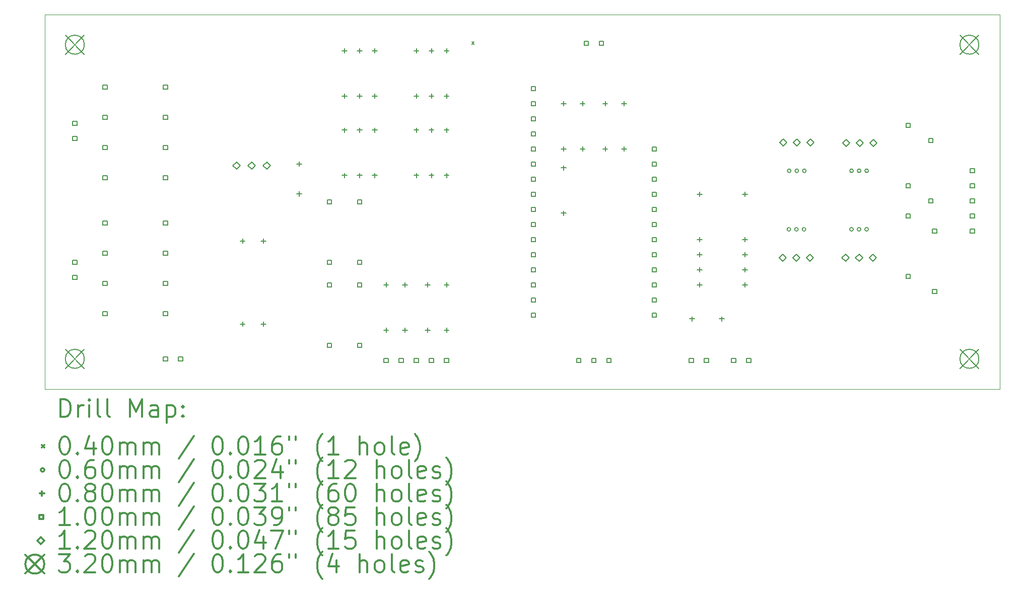
<source format=gbr>
%FSLAX45Y45*%
G04 Gerber Fmt 4.5, Leading zero omitted, Abs format (unit mm)*
G04 Created by KiCad (PCBNEW 4.0.5+dfsg1-4+deb9u1) date Tue Sep 27 17:28:28 2022*
%MOMM*%
%LPD*%
G01*
G04 APERTURE LIST*
%ADD10C,0.127000*%
%ADD11C,0.100000*%
%ADD12C,0.200000*%
%ADD13C,0.300000*%
G04 APERTURE END LIST*
D10*
D11*
X14528800Y-13081000D02*
X18770600Y-13081000D01*
X18669000Y-6781800D02*
X14020800Y-6781800D01*
X7480300Y-6781800D02*
X14033500Y-6781800D01*
X7480300Y-13081000D02*
X7480300Y-6781800D01*
X14541500Y-13081000D02*
X7480300Y-13081000D01*
X23533100Y-13081000D02*
X18757900Y-13081000D01*
X23533100Y-6781800D02*
X23533100Y-13081000D01*
X18656300Y-6781800D02*
X23533100Y-6781800D01*
D12*
X14661200Y-7244400D02*
X14701200Y-7284400D01*
X14701200Y-7244400D02*
X14661200Y-7284400D01*
X20019800Y-10394950D02*
G75*
G03X20019800Y-10394950I-30000J0D01*
G01*
X20026150Y-9410700D02*
G75*
G03X20026150Y-9410700I-30000J0D01*
G01*
X20146800Y-10394950D02*
G75*
G03X20146800Y-10394950I-30000J0D01*
G01*
X20153150Y-9410700D02*
G75*
G03X20153150Y-9410700I-30000J0D01*
G01*
X20273800Y-10394950D02*
G75*
G03X20273800Y-10394950I-30000J0D01*
G01*
X20280150Y-9410700D02*
G75*
G03X20280150Y-9410700I-30000J0D01*
G01*
X21073900Y-9410700D02*
G75*
G03X21073900Y-9410700I-30000J0D01*
G01*
X21073900Y-10394950D02*
G75*
G03X21073900Y-10394950I-30000J0D01*
G01*
X21200900Y-9410700D02*
G75*
G03X21200900Y-9410700I-30000J0D01*
G01*
X21200900Y-10394950D02*
G75*
G03X21200900Y-10394950I-30000J0D01*
G01*
X21327900Y-9410700D02*
G75*
G03X21327900Y-9410700I-30000J0D01*
G01*
X21327900Y-10394950D02*
G75*
G03X21327900Y-10394950I-30000J0D01*
G01*
X10807700Y-10551800D02*
X10807700Y-10631800D01*
X10767700Y-10591800D02*
X10847700Y-10591800D01*
X10807700Y-11948800D02*
X10807700Y-12028800D01*
X10767700Y-11988800D02*
X10847700Y-11988800D01*
X11157700Y-10551800D02*
X11157700Y-10631800D01*
X11117700Y-10591800D02*
X11197700Y-10591800D01*
X11157700Y-11948800D02*
X11157700Y-12028800D01*
X11117700Y-11988800D02*
X11197700Y-11988800D01*
X11760200Y-9256400D02*
X11760200Y-9336400D01*
X11720200Y-9296400D02*
X11800200Y-9296400D01*
X11760200Y-9756400D02*
X11760200Y-9836400D01*
X11720200Y-9796400D02*
X11800200Y-9796400D01*
X12522200Y-7351400D02*
X12522200Y-7431400D01*
X12482200Y-7391400D02*
X12562200Y-7391400D01*
X12522200Y-8113400D02*
X12522200Y-8193400D01*
X12482200Y-8153400D02*
X12562200Y-8153400D01*
X12522200Y-8684900D02*
X12522200Y-8764900D01*
X12482200Y-8724900D02*
X12562200Y-8724900D01*
X12522200Y-9446900D02*
X12522200Y-9526900D01*
X12482200Y-9486900D02*
X12562200Y-9486900D01*
X12776200Y-7351400D02*
X12776200Y-7431400D01*
X12736200Y-7391400D02*
X12816200Y-7391400D01*
X12776200Y-8113400D02*
X12776200Y-8193400D01*
X12736200Y-8153400D02*
X12816200Y-8153400D01*
X12776200Y-8684900D02*
X12776200Y-8764900D01*
X12736200Y-8724900D02*
X12816200Y-8724900D01*
X12776200Y-9446900D02*
X12776200Y-9526900D01*
X12736200Y-9486900D02*
X12816200Y-9486900D01*
X13030200Y-7351400D02*
X13030200Y-7431400D01*
X12990200Y-7391400D02*
X13070200Y-7391400D01*
X13030200Y-8113400D02*
X13030200Y-8193400D01*
X12990200Y-8153400D02*
X13070200Y-8153400D01*
X13030200Y-8684900D02*
X13030200Y-8764900D01*
X12990200Y-8724900D02*
X13070200Y-8724900D01*
X13030200Y-9446900D02*
X13030200Y-9526900D01*
X12990200Y-9486900D02*
X13070200Y-9486900D01*
X13220700Y-11288400D02*
X13220700Y-11368400D01*
X13180700Y-11328400D02*
X13260700Y-11328400D01*
X13220700Y-12050400D02*
X13220700Y-12130400D01*
X13180700Y-12090400D02*
X13260700Y-12090400D01*
X13538200Y-11288400D02*
X13538200Y-11368400D01*
X13498200Y-11328400D02*
X13578200Y-11328400D01*
X13538200Y-12050400D02*
X13538200Y-12130400D01*
X13498200Y-12090400D02*
X13578200Y-12090400D01*
X13728700Y-7351400D02*
X13728700Y-7431400D01*
X13688700Y-7391400D02*
X13768700Y-7391400D01*
X13728700Y-8113400D02*
X13728700Y-8193400D01*
X13688700Y-8153400D02*
X13768700Y-8153400D01*
X13728700Y-8684900D02*
X13728700Y-8764900D01*
X13688700Y-8724900D02*
X13768700Y-8724900D01*
X13728700Y-9446900D02*
X13728700Y-9526900D01*
X13688700Y-9486900D02*
X13768700Y-9486900D01*
X13919200Y-11288400D02*
X13919200Y-11368400D01*
X13879200Y-11328400D02*
X13959200Y-11328400D01*
X13919200Y-12050400D02*
X13919200Y-12130400D01*
X13879200Y-12090400D02*
X13959200Y-12090400D01*
X13982700Y-7351400D02*
X13982700Y-7431400D01*
X13942700Y-7391400D02*
X14022700Y-7391400D01*
X13982700Y-8113400D02*
X13982700Y-8193400D01*
X13942700Y-8153400D02*
X14022700Y-8153400D01*
X13982700Y-8684900D02*
X13982700Y-8764900D01*
X13942700Y-8724900D02*
X14022700Y-8724900D01*
X13982700Y-9446900D02*
X13982700Y-9526900D01*
X13942700Y-9486900D02*
X14022700Y-9486900D01*
X14236700Y-7351400D02*
X14236700Y-7431400D01*
X14196700Y-7391400D02*
X14276700Y-7391400D01*
X14236700Y-8113400D02*
X14236700Y-8193400D01*
X14196700Y-8153400D02*
X14276700Y-8153400D01*
X14236700Y-8684900D02*
X14236700Y-8764900D01*
X14196700Y-8724900D02*
X14276700Y-8724900D01*
X14236700Y-9446900D02*
X14236700Y-9526900D01*
X14196700Y-9486900D02*
X14276700Y-9486900D01*
X14236700Y-11288400D02*
X14236700Y-11368400D01*
X14196700Y-11328400D02*
X14276700Y-11328400D01*
X14236700Y-12050400D02*
X14236700Y-12130400D01*
X14196700Y-12090400D02*
X14276700Y-12090400D01*
X16205200Y-8240400D02*
X16205200Y-8320400D01*
X16165200Y-8280400D02*
X16245200Y-8280400D01*
X16205200Y-9002400D02*
X16205200Y-9082400D01*
X16165200Y-9042400D02*
X16245200Y-9042400D01*
X16205200Y-9319900D02*
X16205200Y-9399900D01*
X16165200Y-9359900D02*
X16245200Y-9359900D01*
X16205200Y-10081900D02*
X16205200Y-10161900D01*
X16165200Y-10121900D02*
X16245200Y-10121900D01*
X16522700Y-8240400D02*
X16522700Y-8320400D01*
X16482700Y-8280400D02*
X16562700Y-8280400D01*
X16522700Y-9002400D02*
X16522700Y-9082400D01*
X16482700Y-9042400D02*
X16562700Y-9042400D01*
X16903700Y-8240400D02*
X16903700Y-8320400D01*
X16863700Y-8280400D02*
X16943700Y-8280400D01*
X16903700Y-9002400D02*
X16903700Y-9082400D01*
X16863700Y-9042400D02*
X16943700Y-9042400D01*
X17221200Y-8240400D02*
X17221200Y-8320400D01*
X17181200Y-8280400D02*
X17261200Y-8280400D01*
X17221200Y-9002400D02*
X17221200Y-9082400D01*
X17181200Y-9042400D02*
X17261200Y-9042400D01*
X18364200Y-11859900D02*
X18364200Y-11939900D01*
X18324200Y-11899900D02*
X18404200Y-11899900D01*
X18491200Y-9764400D02*
X18491200Y-9844400D01*
X18451200Y-9804400D02*
X18531200Y-9804400D01*
X18491200Y-10526400D02*
X18491200Y-10606400D01*
X18451200Y-10566400D02*
X18531200Y-10566400D01*
X18491200Y-10780400D02*
X18491200Y-10860400D01*
X18451200Y-10820400D02*
X18531200Y-10820400D01*
X18491200Y-11034400D02*
X18491200Y-11114400D01*
X18451200Y-11074400D02*
X18531200Y-11074400D01*
X18491200Y-11288400D02*
X18491200Y-11368400D01*
X18451200Y-11328400D02*
X18531200Y-11328400D01*
X18864200Y-11859900D02*
X18864200Y-11939900D01*
X18824200Y-11899900D02*
X18904200Y-11899900D01*
X19253200Y-9764400D02*
X19253200Y-9844400D01*
X19213200Y-9804400D02*
X19293200Y-9804400D01*
X19253200Y-10526400D02*
X19253200Y-10606400D01*
X19213200Y-10566400D02*
X19293200Y-10566400D01*
X19253200Y-10780400D02*
X19253200Y-10860400D01*
X19213200Y-10820400D02*
X19293200Y-10820400D01*
X19253200Y-11034400D02*
X19253200Y-11114400D01*
X19213200Y-11074400D02*
X19293200Y-11074400D01*
X19253200Y-11288400D02*
X19253200Y-11368400D01*
X19213200Y-11328400D02*
X19293200Y-11328400D01*
X8023682Y-8645983D02*
X8023682Y-8575218D01*
X7952917Y-8575218D01*
X7952917Y-8645983D01*
X8023682Y-8645983D01*
X8023682Y-8899983D02*
X8023682Y-8829218D01*
X7952917Y-8829218D01*
X7952917Y-8899983D01*
X8023682Y-8899983D01*
X8023682Y-10982783D02*
X8023682Y-10912018D01*
X7952917Y-10912018D01*
X7952917Y-10982783D01*
X8023682Y-10982783D01*
X8023682Y-11236782D02*
X8023682Y-11166018D01*
X7952917Y-11166018D01*
X7952917Y-11236782D01*
X8023682Y-11236782D01*
X8531683Y-8036636D02*
X8531683Y-7965871D01*
X8460918Y-7965871D01*
X8460918Y-8036636D01*
X8531683Y-8036636D01*
X8531683Y-8544129D02*
X8531683Y-8473364D01*
X8460918Y-8473364D01*
X8460918Y-8544129D01*
X8531683Y-8544129D01*
X8531683Y-9052637D02*
X8531683Y-8981872D01*
X8460918Y-8981872D01*
X8460918Y-9052637D01*
X8531683Y-9052637D01*
X8531683Y-9560129D02*
X8531683Y-9489364D01*
X8460918Y-9489364D01*
X8460918Y-9560129D01*
X8531683Y-9560129D01*
X8531683Y-10322637D02*
X8531683Y-10251872D01*
X8460918Y-10251872D01*
X8460918Y-10322637D01*
X8531683Y-10322637D01*
X8531683Y-10830129D02*
X8531683Y-10759364D01*
X8460918Y-10759364D01*
X8460918Y-10830129D01*
X8531683Y-10830129D01*
X8531683Y-11338636D02*
X8531683Y-11267871D01*
X8460918Y-11267871D01*
X8460918Y-11338636D01*
X8531683Y-11338636D01*
X8531683Y-11846128D02*
X8531683Y-11775363D01*
X8460918Y-11775363D01*
X8460918Y-11846128D01*
X8531683Y-11846128D01*
X9547683Y-8036636D02*
X9547683Y-7965871D01*
X9476918Y-7965871D01*
X9476918Y-8036636D01*
X9547683Y-8036636D01*
X9547683Y-8544129D02*
X9547683Y-8473364D01*
X9476918Y-8473364D01*
X9476918Y-8544129D01*
X9547683Y-8544129D01*
X9547683Y-9052637D02*
X9547683Y-8981872D01*
X9476918Y-8981872D01*
X9476918Y-9052637D01*
X9547683Y-9052637D01*
X9547683Y-9560129D02*
X9547683Y-9489364D01*
X9476918Y-9489364D01*
X9476918Y-9560129D01*
X9547683Y-9560129D01*
X9547683Y-10322637D02*
X9547683Y-10251872D01*
X9476918Y-10251872D01*
X9476918Y-10322637D01*
X9547683Y-10322637D01*
X9547683Y-10830129D02*
X9547683Y-10759364D01*
X9476918Y-10759364D01*
X9476918Y-10830129D01*
X9547683Y-10830129D01*
X9547683Y-11338636D02*
X9547683Y-11267871D01*
X9476918Y-11267871D01*
X9476918Y-11338636D01*
X9547683Y-11338636D01*
X9547683Y-11846128D02*
X9547683Y-11775363D01*
X9476918Y-11775363D01*
X9476918Y-11846128D01*
X9547683Y-11846128D01*
X9547683Y-12608382D02*
X9547683Y-12537617D01*
X9476918Y-12537617D01*
X9476918Y-12608382D01*
X9547683Y-12608382D01*
X9801683Y-12608382D02*
X9801683Y-12537617D01*
X9730918Y-12537617D01*
X9730918Y-12608382D01*
X9801683Y-12608382D01*
X12303328Y-11363782D02*
X12303328Y-11293017D01*
X12232563Y-11293017D01*
X12232563Y-11363782D01*
X12303328Y-11363782D01*
X12303328Y-12379782D02*
X12303328Y-12309017D01*
X12232563Y-12309017D01*
X12232563Y-12379782D01*
X12303328Y-12379782D01*
X12303836Y-9966783D02*
X12303836Y-9896018D01*
X12233071Y-9896018D01*
X12233071Y-9966783D01*
X12303836Y-9966783D01*
X12303836Y-10982783D02*
X12303836Y-10912018D01*
X12233071Y-10912018D01*
X12233071Y-10982783D01*
X12303836Y-10982783D01*
X12811328Y-11363782D02*
X12811328Y-11293017D01*
X12740563Y-11293017D01*
X12740563Y-11363782D01*
X12811328Y-11363782D01*
X12811328Y-12379782D02*
X12811328Y-12309017D01*
X12740563Y-12309017D01*
X12740563Y-12379782D01*
X12811328Y-12379782D01*
X12811836Y-9966783D02*
X12811836Y-9896018D01*
X12741071Y-9896018D01*
X12741071Y-9966783D01*
X12811836Y-9966783D01*
X12811836Y-10982783D02*
X12811836Y-10912018D01*
X12741071Y-10912018D01*
X12741071Y-10982783D01*
X12811836Y-10982783D01*
X13256082Y-12633782D02*
X13256082Y-12563017D01*
X13185317Y-12563017D01*
X13185317Y-12633782D01*
X13256082Y-12633782D01*
X13510082Y-12633782D02*
X13510082Y-12563017D01*
X13439317Y-12563017D01*
X13439317Y-12633782D01*
X13510082Y-12633782D01*
X13764082Y-12633782D02*
X13764082Y-12563017D01*
X13693317Y-12563017D01*
X13693317Y-12633782D01*
X13764082Y-12633782D01*
X14018082Y-12633782D02*
X14018082Y-12563017D01*
X13947317Y-12563017D01*
X13947317Y-12633782D01*
X14018082Y-12633782D01*
X14272082Y-12633782D02*
X14272082Y-12563017D01*
X14201317Y-12563017D01*
X14201317Y-12633782D01*
X14272082Y-12633782D01*
X15732582Y-8061782D02*
X15732582Y-7991017D01*
X15661817Y-7991017D01*
X15661817Y-8061782D01*
X15732582Y-8061782D01*
X15732582Y-8315782D02*
X15732582Y-8245017D01*
X15661817Y-8245017D01*
X15661817Y-8315782D01*
X15732582Y-8315782D01*
X15732582Y-8569783D02*
X15732582Y-8499018D01*
X15661817Y-8499018D01*
X15661817Y-8569783D01*
X15732582Y-8569783D01*
X15732582Y-8823783D02*
X15732582Y-8753018D01*
X15661817Y-8753018D01*
X15661817Y-8823783D01*
X15732582Y-8823783D01*
X15732582Y-9077783D02*
X15732582Y-9007018D01*
X15661817Y-9007018D01*
X15661817Y-9077783D01*
X15732582Y-9077783D01*
X15732582Y-9331783D02*
X15732582Y-9261018D01*
X15661817Y-9261018D01*
X15661817Y-9331783D01*
X15732582Y-9331783D01*
X15732582Y-9585783D02*
X15732582Y-9515018D01*
X15661817Y-9515018D01*
X15661817Y-9585783D01*
X15732582Y-9585783D01*
X15732582Y-9839783D02*
X15732582Y-9769018D01*
X15661817Y-9769018D01*
X15661817Y-9839783D01*
X15732582Y-9839783D01*
X15732582Y-10093783D02*
X15732582Y-10023018D01*
X15661817Y-10023018D01*
X15661817Y-10093783D01*
X15732582Y-10093783D01*
X15732582Y-10347783D02*
X15732582Y-10277018D01*
X15661817Y-10277018D01*
X15661817Y-10347783D01*
X15732582Y-10347783D01*
X15732582Y-10601783D02*
X15732582Y-10531018D01*
X15661817Y-10531018D01*
X15661817Y-10601783D01*
X15732582Y-10601783D01*
X15732582Y-10855783D02*
X15732582Y-10785018D01*
X15661817Y-10785018D01*
X15661817Y-10855783D01*
X15732582Y-10855783D01*
X15732582Y-11109783D02*
X15732582Y-11039018D01*
X15661817Y-11039018D01*
X15661817Y-11109783D01*
X15732582Y-11109783D01*
X15732582Y-11363782D02*
X15732582Y-11293017D01*
X15661817Y-11293017D01*
X15661817Y-11363782D01*
X15732582Y-11363782D01*
X15732582Y-11617782D02*
X15732582Y-11547017D01*
X15661817Y-11547017D01*
X15661817Y-11617782D01*
X15732582Y-11617782D01*
X15732582Y-11871782D02*
X15732582Y-11801017D01*
X15661817Y-11801017D01*
X15661817Y-11871782D01*
X15732582Y-11871782D01*
X16494582Y-12633782D02*
X16494582Y-12563017D01*
X16423817Y-12563017D01*
X16423817Y-12633782D01*
X16494582Y-12633782D01*
X16621582Y-7299782D02*
X16621582Y-7229017D01*
X16550817Y-7229017D01*
X16550817Y-7299782D01*
X16621582Y-7299782D01*
X16748582Y-12633782D02*
X16748582Y-12563017D01*
X16677817Y-12563017D01*
X16677817Y-12633782D01*
X16748582Y-12633782D01*
X16875583Y-7299782D02*
X16875583Y-7229017D01*
X16804818Y-7229017D01*
X16804818Y-7299782D01*
X16875583Y-7299782D01*
X17002583Y-12633782D02*
X17002583Y-12563017D01*
X16931818Y-12563017D01*
X16931818Y-12633782D01*
X17002583Y-12633782D01*
X17764583Y-9077783D02*
X17764583Y-9007018D01*
X17693818Y-9007018D01*
X17693818Y-9077783D01*
X17764583Y-9077783D01*
X17764583Y-9331783D02*
X17764583Y-9261018D01*
X17693818Y-9261018D01*
X17693818Y-9331783D01*
X17764583Y-9331783D01*
X17764583Y-9585783D02*
X17764583Y-9515018D01*
X17693818Y-9515018D01*
X17693818Y-9585783D01*
X17764583Y-9585783D01*
X17764583Y-9839783D02*
X17764583Y-9769018D01*
X17693818Y-9769018D01*
X17693818Y-9839783D01*
X17764583Y-9839783D01*
X17764583Y-10093783D02*
X17764583Y-10023018D01*
X17693818Y-10023018D01*
X17693818Y-10093783D01*
X17764583Y-10093783D01*
X17764583Y-10347783D02*
X17764583Y-10277018D01*
X17693818Y-10277018D01*
X17693818Y-10347783D01*
X17764583Y-10347783D01*
X17764583Y-10601783D02*
X17764583Y-10531018D01*
X17693818Y-10531018D01*
X17693818Y-10601783D01*
X17764583Y-10601783D01*
X17764583Y-10855783D02*
X17764583Y-10785018D01*
X17693818Y-10785018D01*
X17693818Y-10855783D01*
X17764583Y-10855783D01*
X17764583Y-11109783D02*
X17764583Y-11039018D01*
X17693818Y-11039018D01*
X17693818Y-11109783D01*
X17764583Y-11109783D01*
X17764583Y-11363782D02*
X17764583Y-11293017D01*
X17693818Y-11293017D01*
X17693818Y-11363782D01*
X17764583Y-11363782D01*
X17764583Y-11617782D02*
X17764583Y-11547017D01*
X17693818Y-11547017D01*
X17693818Y-11617782D01*
X17764583Y-11617782D01*
X17764583Y-11871782D02*
X17764583Y-11801017D01*
X17693818Y-11801017D01*
X17693818Y-11871782D01*
X17764583Y-11871782D01*
X18386883Y-12633782D02*
X18386883Y-12563017D01*
X18316118Y-12563017D01*
X18316118Y-12633782D01*
X18386883Y-12633782D01*
X18640883Y-12633782D02*
X18640883Y-12563017D01*
X18570118Y-12563017D01*
X18570118Y-12633782D01*
X18640883Y-12633782D01*
X19098083Y-12633782D02*
X19098083Y-12563017D01*
X19027318Y-12563017D01*
X19027318Y-12633782D01*
X19098083Y-12633782D01*
X19352083Y-12633782D02*
X19352083Y-12563017D01*
X19281318Y-12563017D01*
X19281318Y-12633782D01*
X19352083Y-12633782D01*
X22031529Y-10208083D02*
X22031529Y-10137318D01*
X21960764Y-10137318D01*
X21960764Y-10208083D01*
X22031529Y-10208083D01*
X22031529Y-11224082D02*
X22031529Y-11153318D01*
X21960764Y-11153318D01*
X21960764Y-11224082D01*
X22031529Y-11224082D01*
X22032037Y-8684083D02*
X22032037Y-8613318D01*
X21961272Y-8613318D01*
X21961272Y-8684083D01*
X22032037Y-8684083D01*
X22032037Y-9700083D02*
X22032037Y-9629318D01*
X21961272Y-9629318D01*
X21961272Y-9700083D01*
X22032037Y-9700083D01*
X22413036Y-8938083D02*
X22413036Y-8867318D01*
X22342272Y-8867318D01*
X22342272Y-8938083D01*
X22413036Y-8938083D01*
X22413036Y-9954083D02*
X22413036Y-9883318D01*
X22342272Y-9883318D01*
X22342272Y-9954083D01*
X22413036Y-9954083D01*
X22476028Y-10462083D02*
X22476028Y-10391318D01*
X22405263Y-10391318D01*
X22405263Y-10462083D01*
X22476028Y-10462083D01*
X22476028Y-11478082D02*
X22476028Y-11407317D01*
X22405263Y-11407317D01*
X22405263Y-11478082D01*
X22476028Y-11478082D01*
X23111282Y-9446083D02*
X23111282Y-9375318D01*
X23040517Y-9375318D01*
X23040517Y-9446083D01*
X23111282Y-9446083D01*
X23111282Y-9700083D02*
X23111282Y-9629318D01*
X23040517Y-9629318D01*
X23040517Y-9700083D01*
X23111282Y-9700083D01*
X23111282Y-9954083D02*
X23111282Y-9883318D01*
X23040517Y-9883318D01*
X23040517Y-9954083D01*
X23111282Y-9954083D01*
X23111282Y-10208083D02*
X23111282Y-10137318D01*
X23040517Y-10137318D01*
X23040517Y-10208083D01*
X23111282Y-10208083D01*
X23111282Y-10462083D02*
X23111282Y-10391318D01*
X23040517Y-10391318D01*
X23040517Y-10462083D01*
X23111282Y-10462083D01*
X10706100Y-9381744D02*
X10766044Y-9321800D01*
X10706100Y-9261856D01*
X10646156Y-9321800D01*
X10706100Y-9381744D01*
X10960100Y-9381744D02*
X11020044Y-9321800D01*
X10960100Y-9261856D01*
X10900156Y-9321800D01*
X10960100Y-9381744D01*
X11214100Y-9381744D02*
X11274044Y-9321800D01*
X11214100Y-9261856D01*
X11154156Y-9321800D01*
X11214100Y-9381744D01*
X19887692Y-10931144D02*
X19947636Y-10871200D01*
X19887692Y-10811256D01*
X19827748Y-10871200D01*
X19887692Y-10931144D01*
X19894042Y-8994394D02*
X19953986Y-8934450D01*
X19894042Y-8874506D01*
X19834098Y-8934450D01*
X19894042Y-8994394D01*
X20116800Y-10931144D02*
X20176744Y-10871200D01*
X20116800Y-10811256D01*
X20056856Y-10871200D01*
X20116800Y-10931144D01*
X20123150Y-8994394D02*
X20183094Y-8934450D01*
X20123150Y-8874506D01*
X20063206Y-8934450D01*
X20123150Y-8994394D01*
X20345908Y-10931144D02*
X20405852Y-10871200D01*
X20345908Y-10811256D01*
X20285964Y-10871200D01*
X20345908Y-10931144D01*
X20352258Y-8994394D02*
X20412202Y-8934450D01*
X20352258Y-8874506D01*
X20292314Y-8934450D01*
X20352258Y-8994394D01*
X20941792Y-10931144D02*
X21001736Y-10871200D01*
X20941792Y-10811256D01*
X20881848Y-10871200D01*
X20941792Y-10931144D01*
X20954492Y-9000744D02*
X21014436Y-8940800D01*
X20954492Y-8880856D01*
X20894548Y-8940800D01*
X20954492Y-9000744D01*
X21170900Y-10931144D02*
X21230844Y-10871200D01*
X21170900Y-10811256D01*
X21110956Y-10871200D01*
X21170900Y-10931144D01*
X21183600Y-9000744D02*
X21243544Y-8940800D01*
X21183600Y-8880856D01*
X21123656Y-8940800D01*
X21183600Y-9000744D01*
X21400008Y-10931144D02*
X21459952Y-10871200D01*
X21400008Y-10811256D01*
X21340064Y-10871200D01*
X21400008Y-10931144D01*
X21412708Y-9000744D02*
X21472652Y-8940800D01*
X21412708Y-8880856D01*
X21352764Y-8940800D01*
X21412708Y-9000744D01*
X7828356Y-7129856D02*
X8148244Y-7449744D01*
X8148244Y-7129856D02*
X7828356Y-7449744D01*
X8148244Y-7289800D02*
G75*
G03X8148244Y-7289800I-159944J0D01*
G01*
X7828356Y-12413056D02*
X8148244Y-12732944D01*
X8148244Y-12413056D02*
X7828356Y-12732944D01*
X8148244Y-12573000D02*
G75*
G03X8148244Y-12573000I-159944J0D01*
G01*
X22865156Y-7129856D02*
X23185044Y-7449744D01*
X23185044Y-7129856D02*
X22865156Y-7449744D01*
X23185044Y-7289800D02*
G75*
G03X23185044Y-7289800I-159944J0D01*
G01*
X22865156Y-12413056D02*
X23185044Y-12732944D01*
X23185044Y-12413056D02*
X22865156Y-12732944D01*
X23185044Y-12573000D02*
G75*
G03X23185044Y-12573000I-159944J0D01*
G01*
D13*
X7746728Y-13551714D02*
X7746728Y-13251714D01*
X7818157Y-13251714D01*
X7861014Y-13266000D01*
X7889586Y-13294571D01*
X7903871Y-13323143D01*
X7918157Y-13380286D01*
X7918157Y-13423143D01*
X7903871Y-13480286D01*
X7889586Y-13508857D01*
X7861014Y-13537429D01*
X7818157Y-13551714D01*
X7746728Y-13551714D01*
X8046728Y-13551714D02*
X8046728Y-13351714D01*
X8046728Y-13408857D02*
X8061014Y-13380286D01*
X8075300Y-13366000D01*
X8103871Y-13351714D01*
X8132443Y-13351714D01*
X8232443Y-13551714D02*
X8232443Y-13351714D01*
X8232443Y-13251714D02*
X8218157Y-13266000D01*
X8232443Y-13280286D01*
X8246728Y-13266000D01*
X8232443Y-13251714D01*
X8232443Y-13280286D01*
X8418157Y-13551714D02*
X8389586Y-13537429D01*
X8375300Y-13508857D01*
X8375300Y-13251714D01*
X8575300Y-13551714D02*
X8546729Y-13537429D01*
X8532443Y-13508857D01*
X8532443Y-13251714D01*
X8918157Y-13551714D02*
X8918157Y-13251714D01*
X9018157Y-13466000D01*
X9118157Y-13251714D01*
X9118157Y-13551714D01*
X9389586Y-13551714D02*
X9389586Y-13394571D01*
X9375300Y-13366000D01*
X9346729Y-13351714D01*
X9289586Y-13351714D01*
X9261014Y-13366000D01*
X9389586Y-13537429D02*
X9361014Y-13551714D01*
X9289586Y-13551714D01*
X9261014Y-13537429D01*
X9246729Y-13508857D01*
X9246729Y-13480286D01*
X9261014Y-13451714D01*
X9289586Y-13437429D01*
X9361014Y-13437429D01*
X9389586Y-13423143D01*
X9532443Y-13351714D02*
X9532443Y-13651714D01*
X9532443Y-13366000D02*
X9561014Y-13351714D01*
X9618157Y-13351714D01*
X9646729Y-13366000D01*
X9661014Y-13380286D01*
X9675300Y-13408857D01*
X9675300Y-13494571D01*
X9661014Y-13523143D01*
X9646729Y-13537429D01*
X9618157Y-13551714D01*
X9561014Y-13551714D01*
X9532443Y-13537429D01*
X9803871Y-13523143D02*
X9818157Y-13537429D01*
X9803871Y-13551714D01*
X9789586Y-13537429D01*
X9803871Y-13523143D01*
X9803871Y-13551714D01*
X9803871Y-13366000D02*
X9818157Y-13380286D01*
X9803871Y-13394571D01*
X9789586Y-13380286D01*
X9803871Y-13366000D01*
X9803871Y-13394571D01*
X7435300Y-14026000D02*
X7475300Y-14066000D01*
X7475300Y-14026000D02*
X7435300Y-14066000D01*
X7803871Y-13881714D02*
X7832443Y-13881714D01*
X7861014Y-13896000D01*
X7875300Y-13910286D01*
X7889586Y-13938857D01*
X7903871Y-13996000D01*
X7903871Y-14067429D01*
X7889586Y-14124571D01*
X7875300Y-14153143D01*
X7861014Y-14167429D01*
X7832443Y-14181714D01*
X7803871Y-14181714D01*
X7775300Y-14167429D01*
X7761014Y-14153143D01*
X7746728Y-14124571D01*
X7732443Y-14067429D01*
X7732443Y-13996000D01*
X7746728Y-13938857D01*
X7761014Y-13910286D01*
X7775300Y-13896000D01*
X7803871Y-13881714D01*
X8032443Y-14153143D02*
X8046728Y-14167429D01*
X8032443Y-14181714D01*
X8018157Y-14167429D01*
X8032443Y-14153143D01*
X8032443Y-14181714D01*
X8303871Y-13981714D02*
X8303871Y-14181714D01*
X8232443Y-13867429D02*
X8161014Y-14081714D01*
X8346728Y-14081714D01*
X8518157Y-13881714D02*
X8546729Y-13881714D01*
X8575300Y-13896000D01*
X8589586Y-13910286D01*
X8603871Y-13938857D01*
X8618157Y-13996000D01*
X8618157Y-14067429D01*
X8603871Y-14124571D01*
X8589586Y-14153143D01*
X8575300Y-14167429D01*
X8546729Y-14181714D01*
X8518157Y-14181714D01*
X8489586Y-14167429D01*
X8475300Y-14153143D01*
X8461014Y-14124571D01*
X8446729Y-14067429D01*
X8446729Y-13996000D01*
X8461014Y-13938857D01*
X8475300Y-13910286D01*
X8489586Y-13896000D01*
X8518157Y-13881714D01*
X8746729Y-14181714D02*
X8746729Y-13981714D01*
X8746729Y-14010286D02*
X8761014Y-13996000D01*
X8789586Y-13981714D01*
X8832443Y-13981714D01*
X8861014Y-13996000D01*
X8875300Y-14024571D01*
X8875300Y-14181714D01*
X8875300Y-14024571D02*
X8889586Y-13996000D01*
X8918157Y-13981714D01*
X8961014Y-13981714D01*
X8989586Y-13996000D01*
X9003871Y-14024571D01*
X9003871Y-14181714D01*
X9146729Y-14181714D02*
X9146729Y-13981714D01*
X9146729Y-14010286D02*
X9161014Y-13996000D01*
X9189586Y-13981714D01*
X9232443Y-13981714D01*
X9261014Y-13996000D01*
X9275300Y-14024571D01*
X9275300Y-14181714D01*
X9275300Y-14024571D02*
X9289586Y-13996000D01*
X9318157Y-13981714D01*
X9361014Y-13981714D01*
X9389586Y-13996000D01*
X9403871Y-14024571D01*
X9403871Y-14181714D01*
X9989586Y-13867429D02*
X9732443Y-14253143D01*
X10375300Y-13881714D02*
X10403871Y-13881714D01*
X10432443Y-13896000D01*
X10446728Y-13910286D01*
X10461014Y-13938857D01*
X10475300Y-13996000D01*
X10475300Y-14067429D01*
X10461014Y-14124571D01*
X10446728Y-14153143D01*
X10432443Y-14167429D01*
X10403871Y-14181714D01*
X10375300Y-14181714D01*
X10346728Y-14167429D01*
X10332443Y-14153143D01*
X10318157Y-14124571D01*
X10303871Y-14067429D01*
X10303871Y-13996000D01*
X10318157Y-13938857D01*
X10332443Y-13910286D01*
X10346728Y-13896000D01*
X10375300Y-13881714D01*
X10603871Y-14153143D02*
X10618157Y-14167429D01*
X10603871Y-14181714D01*
X10589586Y-14167429D01*
X10603871Y-14153143D01*
X10603871Y-14181714D01*
X10803871Y-13881714D02*
X10832443Y-13881714D01*
X10861014Y-13896000D01*
X10875300Y-13910286D01*
X10889586Y-13938857D01*
X10903871Y-13996000D01*
X10903871Y-14067429D01*
X10889586Y-14124571D01*
X10875300Y-14153143D01*
X10861014Y-14167429D01*
X10832443Y-14181714D01*
X10803871Y-14181714D01*
X10775300Y-14167429D01*
X10761014Y-14153143D01*
X10746728Y-14124571D01*
X10732443Y-14067429D01*
X10732443Y-13996000D01*
X10746728Y-13938857D01*
X10761014Y-13910286D01*
X10775300Y-13896000D01*
X10803871Y-13881714D01*
X11189586Y-14181714D02*
X11018157Y-14181714D01*
X11103871Y-14181714D02*
X11103871Y-13881714D01*
X11075300Y-13924571D01*
X11046728Y-13953143D01*
X11018157Y-13967429D01*
X11446728Y-13881714D02*
X11389585Y-13881714D01*
X11361014Y-13896000D01*
X11346728Y-13910286D01*
X11318157Y-13953143D01*
X11303871Y-14010286D01*
X11303871Y-14124571D01*
X11318157Y-14153143D01*
X11332443Y-14167429D01*
X11361014Y-14181714D01*
X11418157Y-14181714D01*
X11446728Y-14167429D01*
X11461014Y-14153143D01*
X11475300Y-14124571D01*
X11475300Y-14053143D01*
X11461014Y-14024571D01*
X11446728Y-14010286D01*
X11418157Y-13996000D01*
X11361014Y-13996000D01*
X11332443Y-14010286D01*
X11318157Y-14024571D01*
X11303871Y-14053143D01*
X11589586Y-13881714D02*
X11589586Y-13938857D01*
X11703871Y-13881714D02*
X11703871Y-13938857D01*
X12146728Y-14296000D02*
X12132443Y-14281714D01*
X12103871Y-14238857D01*
X12089585Y-14210286D01*
X12075300Y-14167429D01*
X12061014Y-14096000D01*
X12061014Y-14038857D01*
X12075300Y-13967429D01*
X12089585Y-13924571D01*
X12103871Y-13896000D01*
X12132443Y-13853143D01*
X12146728Y-13838857D01*
X12418157Y-14181714D02*
X12246728Y-14181714D01*
X12332443Y-14181714D02*
X12332443Y-13881714D01*
X12303871Y-13924571D01*
X12275300Y-13953143D01*
X12246728Y-13967429D01*
X12775300Y-14181714D02*
X12775300Y-13881714D01*
X12903871Y-14181714D02*
X12903871Y-14024571D01*
X12889585Y-13996000D01*
X12861014Y-13981714D01*
X12818157Y-13981714D01*
X12789585Y-13996000D01*
X12775300Y-14010286D01*
X13089585Y-14181714D02*
X13061014Y-14167429D01*
X13046728Y-14153143D01*
X13032443Y-14124571D01*
X13032443Y-14038857D01*
X13046728Y-14010286D01*
X13061014Y-13996000D01*
X13089585Y-13981714D01*
X13132443Y-13981714D01*
X13161014Y-13996000D01*
X13175300Y-14010286D01*
X13189585Y-14038857D01*
X13189585Y-14124571D01*
X13175300Y-14153143D01*
X13161014Y-14167429D01*
X13132443Y-14181714D01*
X13089585Y-14181714D01*
X13361014Y-14181714D02*
X13332443Y-14167429D01*
X13318157Y-14138857D01*
X13318157Y-13881714D01*
X13589586Y-14167429D02*
X13561014Y-14181714D01*
X13503871Y-14181714D01*
X13475300Y-14167429D01*
X13461014Y-14138857D01*
X13461014Y-14024571D01*
X13475300Y-13996000D01*
X13503871Y-13981714D01*
X13561014Y-13981714D01*
X13589586Y-13996000D01*
X13603871Y-14024571D01*
X13603871Y-14053143D01*
X13461014Y-14081714D01*
X13703871Y-14296000D02*
X13718157Y-14281714D01*
X13746728Y-14238857D01*
X13761014Y-14210286D01*
X13775300Y-14167429D01*
X13789586Y-14096000D01*
X13789586Y-14038857D01*
X13775300Y-13967429D01*
X13761014Y-13924571D01*
X13746728Y-13896000D01*
X13718157Y-13853143D01*
X13703871Y-13838857D01*
X7475300Y-14442000D02*
G75*
G03X7475300Y-14442000I-30000J0D01*
G01*
X7803871Y-14277714D02*
X7832443Y-14277714D01*
X7861014Y-14292000D01*
X7875300Y-14306286D01*
X7889586Y-14334857D01*
X7903871Y-14392000D01*
X7903871Y-14463429D01*
X7889586Y-14520571D01*
X7875300Y-14549143D01*
X7861014Y-14563429D01*
X7832443Y-14577714D01*
X7803871Y-14577714D01*
X7775300Y-14563429D01*
X7761014Y-14549143D01*
X7746728Y-14520571D01*
X7732443Y-14463429D01*
X7732443Y-14392000D01*
X7746728Y-14334857D01*
X7761014Y-14306286D01*
X7775300Y-14292000D01*
X7803871Y-14277714D01*
X8032443Y-14549143D02*
X8046728Y-14563429D01*
X8032443Y-14577714D01*
X8018157Y-14563429D01*
X8032443Y-14549143D01*
X8032443Y-14577714D01*
X8303871Y-14277714D02*
X8246728Y-14277714D01*
X8218157Y-14292000D01*
X8203871Y-14306286D01*
X8175300Y-14349143D01*
X8161014Y-14406286D01*
X8161014Y-14520571D01*
X8175300Y-14549143D01*
X8189586Y-14563429D01*
X8218157Y-14577714D01*
X8275300Y-14577714D01*
X8303871Y-14563429D01*
X8318157Y-14549143D01*
X8332443Y-14520571D01*
X8332443Y-14449143D01*
X8318157Y-14420571D01*
X8303871Y-14406286D01*
X8275300Y-14392000D01*
X8218157Y-14392000D01*
X8189586Y-14406286D01*
X8175300Y-14420571D01*
X8161014Y-14449143D01*
X8518157Y-14277714D02*
X8546729Y-14277714D01*
X8575300Y-14292000D01*
X8589586Y-14306286D01*
X8603871Y-14334857D01*
X8618157Y-14392000D01*
X8618157Y-14463429D01*
X8603871Y-14520571D01*
X8589586Y-14549143D01*
X8575300Y-14563429D01*
X8546729Y-14577714D01*
X8518157Y-14577714D01*
X8489586Y-14563429D01*
X8475300Y-14549143D01*
X8461014Y-14520571D01*
X8446729Y-14463429D01*
X8446729Y-14392000D01*
X8461014Y-14334857D01*
X8475300Y-14306286D01*
X8489586Y-14292000D01*
X8518157Y-14277714D01*
X8746729Y-14577714D02*
X8746729Y-14377714D01*
X8746729Y-14406286D02*
X8761014Y-14392000D01*
X8789586Y-14377714D01*
X8832443Y-14377714D01*
X8861014Y-14392000D01*
X8875300Y-14420571D01*
X8875300Y-14577714D01*
X8875300Y-14420571D02*
X8889586Y-14392000D01*
X8918157Y-14377714D01*
X8961014Y-14377714D01*
X8989586Y-14392000D01*
X9003871Y-14420571D01*
X9003871Y-14577714D01*
X9146729Y-14577714D02*
X9146729Y-14377714D01*
X9146729Y-14406286D02*
X9161014Y-14392000D01*
X9189586Y-14377714D01*
X9232443Y-14377714D01*
X9261014Y-14392000D01*
X9275300Y-14420571D01*
X9275300Y-14577714D01*
X9275300Y-14420571D02*
X9289586Y-14392000D01*
X9318157Y-14377714D01*
X9361014Y-14377714D01*
X9389586Y-14392000D01*
X9403871Y-14420571D01*
X9403871Y-14577714D01*
X9989586Y-14263429D02*
X9732443Y-14649143D01*
X10375300Y-14277714D02*
X10403871Y-14277714D01*
X10432443Y-14292000D01*
X10446728Y-14306286D01*
X10461014Y-14334857D01*
X10475300Y-14392000D01*
X10475300Y-14463429D01*
X10461014Y-14520571D01*
X10446728Y-14549143D01*
X10432443Y-14563429D01*
X10403871Y-14577714D01*
X10375300Y-14577714D01*
X10346728Y-14563429D01*
X10332443Y-14549143D01*
X10318157Y-14520571D01*
X10303871Y-14463429D01*
X10303871Y-14392000D01*
X10318157Y-14334857D01*
X10332443Y-14306286D01*
X10346728Y-14292000D01*
X10375300Y-14277714D01*
X10603871Y-14549143D02*
X10618157Y-14563429D01*
X10603871Y-14577714D01*
X10589586Y-14563429D01*
X10603871Y-14549143D01*
X10603871Y-14577714D01*
X10803871Y-14277714D02*
X10832443Y-14277714D01*
X10861014Y-14292000D01*
X10875300Y-14306286D01*
X10889586Y-14334857D01*
X10903871Y-14392000D01*
X10903871Y-14463429D01*
X10889586Y-14520571D01*
X10875300Y-14549143D01*
X10861014Y-14563429D01*
X10832443Y-14577714D01*
X10803871Y-14577714D01*
X10775300Y-14563429D01*
X10761014Y-14549143D01*
X10746728Y-14520571D01*
X10732443Y-14463429D01*
X10732443Y-14392000D01*
X10746728Y-14334857D01*
X10761014Y-14306286D01*
X10775300Y-14292000D01*
X10803871Y-14277714D01*
X11018157Y-14306286D02*
X11032443Y-14292000D01*
X11061014Y-14277714D01*
X11132443Y-14277714D01*
X11161014Y-14292000D01*
X11175300Y-14306286D01*
X11189586Y-14334857D01*
X11189586Y-14363429D01*
X11175300Y-14406286D01*
X11003871Y-14577714D01*
X11189586Y-14577714D01*
X11446728Y-14377714D02*
X11446728Y-14577714D01*
X11375300Y-14263429D02*
X11303871Y-14477714D01*
X11489585Y-14477714D01*
X11589586Y-14277714D02*
X11589586Y-14334857D01*
X11703871Y-14277714D02*
X11703871Y-14334857D01*
X12146728Y-14692000D02*
X12132443Y-14677714D01*
X12103871Y-14634857D01*
X12089585Y-14606286D01*
X12075300Y-14563429D01*
X12061014Y-14492000D01*
X12061014Y-14434857D01*
X12075300Y-14363429D01*
X12089585Y-14320571D01*
X12103871Y-14292000D01*
X12132443Y-14249143D01*
X12146728Y-14234857D01*
X12418157Y-14577714D02*
X12246728Y-14577714D01*
X12332443Y-14577714D02*
X12332443Y-14277714D01*
X12303871Y-14320571D01*
X12275300Y-14349143D01*
X12246728Y-14363429D01*
X12532443Y-14306286D02*
X12546728Y-14292000D01*
X12575300Y-14277714D01*
X12646728Y-14277714D01*
X12675300Y-14292000D01*
X12689585Y-14306286D01*
X12703871Y-14334857D01*
X12703871Y-14363429D01*
X12689585Y-14406286D01*
X12518157Y-14577714D01*
X12703871Y-14577714D01*
X13061014Y-14577714D02*
X13061014Y-14277714D01*
X13189585Y-14577714D02*
X13189585Y-14420571D01*
X13175300Y-14392000D01*
X13146728Y-14377714D01*
X13103871Y-14377714D01*
X13075300Y-14392000D01*
X13061014Y-14406286D01*
X13375300Y-14577714D02*
X13346728Y-14563429D01*
X13332443Y-14549143D01*
X13318157Y-14520571D01*
X13318157Y-14434857D01*
X13332443Y-14406286D01*
X13346728Y-14392000D01*
X13375300Y-14377714D01*
X13418157Y-14377714D01*
X13446728Y-14392000D01*
X13461014Y-14406286D01*
X13475300Y-14434857D01*
X13475300Y-14520571D01*
X13461014Y-14549143D01*
X13446728Y-14563429D01*
X13418157Y-14577714D01*
X13375300Y-14577714D01*
X13646728Y-14577714D02*
X13618157Y-14563429D01*
X13603871Y-14534857D01*
X13603871Y-14277714D01*
X13875300Y-14563429D02*
X13846728Y-14577714D01*
X13789586Y-14577714D01*
X13761014Y-14563429D01*
X13746728Y-14534857D01*
X13746728Y-14420571D01*
X13761014Y-14392000D01*
X13789586Y-14377714D01*
X13846728Y-14377714D01*
X13875300Y-14392000D01*
X13889586Y-14420571D01*
X13889586Y-14449143D01*
X13746728Y-14477714D01*
X14003871Y-14563429D02*
X14032443Y-14577714D01*
X14089586Y-14577714D01*
X14118157Y-14563429D01*
X14132443Y-14534857D01*
X14132443Y-14520571D01*
X14118157Y-14492000D01*
X14089586Y-14477714D01*
X14046728Y-14477714D01*
X14018157Y-14463429D01*
X14003871Y-14434857D01*
X14003871Y-14420571D01*
X14018157Y-14392000D01*
X14046728Y-14377714D01*
X14089586Y-14377714D01*
X14118157Y-14392000D01*
X14232443Y-14692000D02*
X14246728Y-14677714D01*
X14275300Y-14634857D01*
X14289586Y-14606286D01*
X14303871Y-14563429D01*
X14318157Y-14492000D01*
X14318157Y-14434857D01*
X14303871Y-14363429D01*
X14289586Y-14320571D01*
X14275300Y-14292000D01*
X14246728Y-14249143D01*
X14232443Y-14234857D01*
X7435300Y-14798000D02*
X7435300Y-14878000D01*
X7395300Y-14838000D02*
X7475300Y-14838000D01*
X7803871Y-14673714D02*
X7832443Y-14673714D01*
X7861014Y-14688000D01*
X7875300Y-14702286D01*
X7889586Y-14730857D01*
X7903871Y-14788000D01*
X7903871Y-14859429D01*
X7889586Y-14916571D01*
X7875300Y-14945143D01*
X7861014Y-14959429D01*
X7832443Y-14973714D01*
X7803871Y-14973714D01*
X7775300Y-14959429D01*
X7761014Y-14945143D01*
X7746728Y-14916571D01*
X7732443Y-14859429D01*
X7732443Y-14788000D01*
X7746728Y-14730857D01*
X7761014Y-14702286D01*
X7775300Y-14688000D01*
X7803871Y-14673714D01*
X8032443Y-14945143D02*
X8046728Y-14959429D01*
X8032443Y-14973714D01*
X8018157Y-14959429D01*
X8032443Y-14945143D01*
X8032443Y-14973714D01*
X8218157Y-14802286D02*
X8189586Y-14788000D01*
X8175300Y-14773714D01*
X8161014Y-14745143D01*
X8161014Y-14730857D01*
X8175300Y-14702286D01*
X8189586Y-14688000D01*
X8218157Y-14673714D01*
X8275300Y-14673714D01*
X8303871Y-14688000D01*
X8318157Y-14702286D01*
X8332443Y-14730857D01*
X8332443Y-14745143D01*
X8318157Y-14773714D01*
X8303871Y-14788000D01*
X8275300Y-14802286D01*
X8218157Y-14802286D01*
X8189586Y-14816571D01*
X8175300Y-14830857D01*
X8161014Y-14859429D01*
X8161014Y-14916571D01*
X8175300Y-14945143D01*
X8189586Y-14959429D01*
X8218157Y-14973714D01*
X8275300Y-14973714D01*
X8303871Y-14959429D01*
X8318157Y-14945143D01*
X8332443Y-14916571D01*
X8332443Y-14859429D01*
X8318157Y-14830857D01*
X8303871Y-14816571D01*
X8275300Y-14802286D01*
X8518157Y-14673714D02*
X8546729Y-14673714D01*
X8575300Y-14688000D01*
X8589586Y-14702286D01*
X8603871Y-14730857D01*
X8618157Y-14788000D01*
X8618157Y-14859429D01*
X8603871Y-14916571D01*
X8589586Y-14945143D01*
X8575300Y-14959429D01*
X8546729Y-14973714D01*
X8518157Y-14973714D01*
X8489586Y-14959429D01*
X8475300Y-14945143D01*
X8461014Y-14916571D01*
X8446729Y-14859429D01*
X8446729Y-14788000D01*
X8461014Y-14730857D01*
X8475300Y-14702286D01*
X8489586Y-14688000D01*
X8518157Y-14673714D01*
X8746729Y-14973714D02*
X8746729Y-14773714D01*
X8746729Y-14802286D02*
X8761014Y-14788000D01*
X8789586Y-14773714D01*
X8832443Y-14773714D01*
X8861014Y-14788000D01*
X8875300Y-14816571D01*
X8875300Y-14973714D01*
X8875300Y-14816571D02*
X8889586Y-14788000D01*
X8918157Y-14773714D01*
X8961014Y-14773714D01*
X8989586Y-14788000D01*
X9003871Y-14816571D01*
X9003871Y-14973714D01*
X9146729Y-14973714D02*
X9146729Y-14773714D01*
X9146729Y-14802286D02*
X9161014Y-14788000D01*
X9189586Y-14773714D01*
X9232443Y-14773714D01*
X9261014Y-14788000D01*
X9275300Y-14816571D01*
X9275300Y-14973714D01*
X9275300Y-14816571D02*
X9289586Y-14788000D01*
X9318157Y-14773714D01*
X9361014Y-14773714D01*
X9389586Y-14788000D01*
X9403871Y-14816571D01*
X9403871Y-14973714D01*
X9989586Y-14659429D02*
X9732443Y-15045143D01*
X10375300Y-14673714D02*
X10403871Y-14673714D01*
X10432443Y-14688000D01*
X10446728Y-14702286D01*
X10461014Y-14730857D01*
X10475300Y-14788000D01*
X10475300Y-14859429D01*
X10461014Y-14916571D01*
X10446728Y-14945143D01*
X10432443Y-14959429D01*
X10403871Y-14973714D01*
X10375300Y-14973714D01*
X10346728Y-14959429D01*
X10332443Y-14945143D01*
X10318157Y-14916571D01*
X10303871Y-14859429D01*
X10303871Y-14788000D01*
X10318157Y-14730857D01*
X10332443Y-14702286D01*
X10346728Y-14688000D01*
X10375300Y-14673714D01*
X10603871Y-14945143D02*
X10618157Y-14959429D01*
X10603871Y-14973714D01*
X10589586Y-14959429D01*
X10603871Y-14945143D01*
X10603871Y-14973714D01*
X10803871Y-14673714D02*
X10832443Y-14673714D01*
X10861014Y-14688000D01*
X10875300Y-14702286D01*
X10889586Y-14730857D01*
X10903871Y-14788000D01*
X10903871Y-14859429D01*
X10889586Y-14916571D01*
X10875300Y-14945143D01*
X10861014Y-14959429D01*
X10832443Y-14973714D01*
X10803871Y-14973714D01*
X10775300Y-14959429D01*
X10761014Y-14945143D01*
X10746728Y-14916571D01*
X10732443Y-14859429D01*
X10732443Y-14788000D01*
X10746728Y-14730857D01*
X10761014Y-14702286D01*
X10775300Y-14688000D01*
X10803871Y-14673714D01*
X11003871Y-14673714D02*
X11189586Y-14673714D01*
X11089586Y-14788000D01*
X11132443Y-14788000D01*
X11161014Y-14802286D01*
X11175300Y-14816571D01*
X11189586Y-14845143D01*
X11189586Y-14916571D01*
X11175300Y-14945143D01*
X11161014Y-14959429D01*
X11132443Y-14973714D01*
X11046728Y-14973714D01*
X11018157Y-14959429D01*
X11003871Y-14945143D01*
X11475300Y-14973714D02*
X11303871Y-14973714D01*
X11389585Y-14973714D02*
X11389585Y-14673714D01*
X11361014Y-14716571D01*
X11332443Y-14745143D01*
X11303871Y-14759429D01*
X11589586Y-14673714D02*
X11589586Y-14730857D01*
X11703871Y-14673714D02*
X11703871Y-14730857D01*
X12146728Y-15088000D02*
X12132443Y-15073714D01*
X12103871Y-15030857D01*
X12089585Y-15002286D01*
X12075300Y-14959429D01*
X12061014Y-14888000D01*
X12061014Y-14830857D01*
X12075300Y-14759429D01*
X12089585Y-14716571D01*
X12103871Y-14688000D01*
X12132443Y-14645143D01*
X12146728Y-14630857D01*
X12389585Y-14673714D02*
X12332443Y-14673714D01*
X12303871Y-14688000D01*
X12289585Y-14702286D01*
X12261014Y-14745143D01*
X12246728Y-14802286D01*
X12246728Y-14916571D01*
X12261014Y-14945143D01*
X12275300Y-14959429D01*
X12303871Y-14973714D01*
X12361014Y-14973714D01*
X12389585Y-14959429D01*
X12403871Y-14945143D01*
X12418157Y-14916571D01*
X12418157Y-14845143D01*
X12403871Y-14816571D01*
X12389585Y-14802286D01*
X12361014Y-14788000D01*
X12303871Y-14788000D01*
X12275300Y-14802286D01*
X12261014Y-14816571D01*
X12246728Y-14845143D01*
X12603871Y-14673714D02*
X12632443Y-14673714D01*
X12661014Y-14688000D01*
X12675300Y-14702286D01*
X12689585Y-14730857D01*
X12703871Y-14788000D01*
X12703871Y-14859429D01*
X12689585Y-14916571D01*
X12675300Y-14945143D01*
X12661014Y-14959429D01*
X12632443Y-14973714D01*
X12603871Y-14973714D01*
X12575300Y-14959429D01*
X12561014Y-14945143D01*
X12546728Y-14916571D01*
X12532443Y-14859429D01*
X12532443Y-14788000D01*
X12546728Y-14730857D01*
X12561014Y-14702286D01*
X12575300Y-14688000D01*
X12603871Y-14673714D01*
X13061014Y-14973714D02*
X13061014Y-14673714D01*
X13189585Y-14973714D02*
X13189585Y-14816571D01*
X13175300Y-14788000D01*
X13146728Y-14773714D01*
X13103871Y-14773714D01*
X13075300Y-14788000D01*
X13061014Y-14802286D01*
X13375300Y-14973714D02*
X13346728Y-14959429D01*
X13332443Y-14945143D01*
X13318157Y-14916571D01*
X13318157Y-14830857D01*
X13332443Y-14802286D01*
X13346728Y-14788000D01*
X13375300Y-14773714D01*
X13418157Y-14773714D01*
X13446728Y-14788000D01*
X13461014Y-14802286D01*
X13475300Y-14830857D01*
X13475300Y-14916571D01*
X13461014Y-14945143D01*
X13446728Y-14959429D01*
X13418157Y-14973714D01*
X13375300Y-14973714D01*
X13646728Y-14973714D02*
X13618157Y-14959429D01*
X13603871Y-14930857D01*
X13603871Y-14673714D01*
X13875300Y-14959429D02*
X13846728Y-14973714D01*
X13789586Y-14973714D01*
X13761014Y-14959429D01*
X13746728Y-14930857D01*
X13746728Y-14816571D01*
X13761014Y-14788000D01*
X13789586Y-14773714D01*
X13846728Y-14773714D01*
X13875300Y-14788000D01*
X13889586Y-14816571D01*
X13889586Y-14845143D01*
X13746728Y-14873714D01*
X14003871Y-14959429D02*
X14032443Y-14973714D01*
X14089586Y-14973714D01*
X14118157Y-14959429D01*
X14132443Y-14930857D01*
X14132443Y-14916571D01*
X14118157Y-14888000D01*
X14089586Y-14873714D01*
X14046728Y-14873714D01*
X14018157Y-14859429D01*
X14003871Y-14830857D01*
X14003871Y-14816571D01*
X14018157Y-14788000D01*
X14046728Y-14773714D01*
X14089586Y-14773714D01*
X14118157Y-14788000D01*
X14232443Y-15088000D02*
X14246728Y-15073714D01*
X14275300Y-15030857D01*
X14289586Y-15002286D01*
X14303871Y-14959429D01*
X14318157Y-14888000D01*
X14318157Y-14830857D01*
X14303871Y-14759429D01*
X14289586Y-14716571D01*
X14275300Y-14688000D01*
X14246728Y-14645143D01*
X14232443Y-14630857D01*
X7460644Y-15269383D02*
X7460644Y-15198618D01*
X7389879Y-15198618D01*
X7389879Y-15269383D01*
X7460644Y-15269383D01*
X7903871Y-15369714D02*
X7732443Y-15369714D01*
X7818157Y-15369714D02*
X7818157Y-15069714D01*
X7789586Y-15112571D01*
X7761014Y-15141143D01*
X7732443Y-15155429D01*
X8032443Y-15341143D02*
X8046728Y-15355429D01*
X8032443Y-15369714D01*
X8018157Y-15355429D01*
X8032443Y-15341143D01*
X8032443Y-15369714D01*
X8232443Y-15069714D02*
X8261014Y-15069714D01*
X8289586Y-15084000D01*
X8303871Y-15098286D01*
X8318157Y-15126857D01*
X8332443Y-15184000D01*
X8332443Y-15255429D01*
X8318157Y-15312571D01*
X8303871Y-15341143D01*
X8289586Y-15355429D01*
X8261014Y-15369714D01*
X8232443Y-15369714D01*
X8203871Y-15355429D01*
X8189586Y-15341143D01*
X8175300Y-15312571D01*
X8161014Y-15255429D01*
X8161014Y-15184000D01*
X8175300Y-15126857D01*
X8189586Y-15098286D01*
X8203871Y-15084000D01*
X8232443Y-15069714D01*
X8518157Y-15069714D02*
X8546729Y-15069714D01*
X8575300Y-15084000D01*
X8589586Y-15098286D01*
X8603871Y-15126857D01*
X8618157Y-15184000D01*
X8618157Y-15255429D01*
X8603871Y-15312571D01*
X8589586Y-15341143D01*
X8575300Y-15355429D01*
X8546729Y-15369714D01*
X8518157Y-15369714D01*
X8489586Y-15355429D01*
X8475300Y-15341143D01*
X8461014Y-15312571D01*
X8446729Y-15255429D01*
X8446729Y-15184000D01*
X8461014Y-15126857D01*
X8475300Y-15098286D01*
X8489586Y-15084000D01*
X8518157Y-15069714D01*
X8746729Y-15369714D02*
X8746729Y-15169714D01*
X8746729Y-15198286D02*
X8761014Y-15184000D01*
X8789586Y-15169714D01*
X8832443Y-15169714D01*
X8861014Y-15184000D01*
X8875300Y-15212571D01*
X8875300Y-15369714D01*
X8875300Y-15212571D02*
X8889586Y-15184000D01*
X8918157Y-15169714D01*
X8961014Y-15169714D01*
X8989586Y-15184000D01*
X9003871Y-15212571D01*
X9003871Y-15369714D01*
X9146729Y-15369714D02*
X9146729Y-15169714D01*
X9146729Y-15198286D02*
X9161014Y-15184000D01*
X9189586Y-15169714D01*
X9232443Y-15169714D01*
X9261014Y-15184000D01*
X9275300Y-15212571D01*
X9275300Y-15369714D01*
X9275300Y-15212571D02*
X9289586Y-15184000D01*
X9318157Y-15169714D01*
X9361014Y-15169714D01*
X9389586Y-15184000D01*
X9403871Y-15212571D01*
X9403871Y-15369714D01*
X9989586Y-15055429D02*
X9732443Y-15441143D01*
X10375300Y-15069714D02*
X10403871Y-15069714D01*
X10432443Y-15084000D01*
X10446728Y-15098286D01*
X10461014Y-15126857D01*
X10475300Y-15184000D01*
X10475300Y-15255429D01*
X10461014Y-15312571D01*
X10446728Y-15341143D01*
X10432443Y-15355429D01*
X10403871Y-15369714D01*
X10375300Y-15369714D01*
X10346728Y-15355429D01*
X10332443Y-15341143D01*
X10318157Y-15312571D01*
X10303871Y-15255429D01*
X10303871Y-15184000D01*
X10318157Y-15126857D01*
X10332443Y-15098286D01*
X10346728Y-15084000D01*
X10375300Y-15069714D01*
X10603871Y-15341143D02*
X10618157Y-15355429D01*
X10603871Y-15369714D01*
X10589586Y-15355429D01*
X10603871Y-15341143D01*
X10603871Y-15369714D01*
X10803871Y-15069714D02*
X10832443Y-15069714D01*
X10861014Y-15084000D01*
X10875300Y-15098286D01*
X10889586Y-15126857D01*
X10903871Y-15184000D01*
X10903871Y-15255429D01*
X10889586Y-15312571D01*
X10875300Y-15341143D01*
X10861014Y-15355429D01*
X10832443Y-15369714D01*
X10803871Y-15369714D01*
X10775300Y-15355429D01*
X10761014Y-15341143D01*
X10746728Y-15312571D01*
X10732443Y-15255429D01*
X10732443Y-15184000D01*
X10746728Y-15126857D01*
X10761014Y-15098286D01*
X10775300Y-15084000D01*
X10803871Y-15069714D01*
X11003871Y-15069714D02*
X11189586Y-15069714D01*
X11089586Y-15184000D01*
X11132443Y-15184000D01*
X11161014Y-15198286D01*
X11175300Y-15212571D01*
X11189586Y-15241143D01*
X11189586Y-15312571D01*
X11175300Y-15341143D01*
X11161014Y-15355429D01*
X11132443Y-15369714D01*
X11046728Y-15369714D01*
X11018157Y-15355429D01*
X11003871Y-15341143D01*
X11332443Y-15369714D02*
X11389585Y-15369714D01*
X11418157Y-15355429D01*
X11432443Y-15341143D01*
X11461014Y-15298286D01*
X11475300Y-15241143D01*
X11475300Y-15126857D01*
X11461014Y-15098286D01*
X11446728Y-15084000D01*
X11418157Y-15069714D01*
X11361014Y-15069714D01*
X11332443Y-15084000D01*
X11318157Y-15098286D01*
X11303871Y-15126857D01*
X11303871Y-15198286D01*
X11318157Y-15226857D01*
X11332443Y-15241143D01*
X11361014Y-15255429D01*
X11418157Y-15255429D01*
X11446728Y-15241143D01*
X11461014Y-15226857D01*
X11475300Y-15198286D01*
X11589586Y-15069714D02*
X11589586Y-15126857D01*
X11703871Y-15069714D02*
X11703871Y-15126857D01*
X12146728Y-15484000D02*
X12132443Y-15469714D01*
X12103871Y-15426857D01*
X12089585Y-15398286D01*
X12075300Y-15355429D01*
X12061014Y-15284000D01*
X12061014Y-15226857D01*
X12075300Y-15155429D01*
X12089585Y-15112571D01*
X12103871Y-15084000D01*
X12132443Y-15041143D01*
X12146728Y-15026857D01*
X12303871Y-15198286D02*
X12275300Y-15184000D01*
X12261014Y-15169714D01*
X12246728Y-15141143D01*
X12246728Y-15126857D01*
X12261014Y-15098286D01*
X12275300Y-15084000D01*
X12303871Y-15069714D01*
X12361014Y-15069714D01*
X12389585Y-15084000D01*
X12403871Y-15098286D01*
X12418157Y-15126857D01*
X12418157Y-15141143D01*
X12403871Y-15169714D01*
X12389585Y-15184000D01*
X12361014Y-15198286D01*
X12303871Y-15198286D01*
X12275300Y-15212571D01*
X12261014Y-15226857D01*
X12246728Y-15255429D01*
X12246728Y-15312571D01*
X12261014Y-15341143D01*
X12275300Y-15355429D01*
X12303871Y-15369714D01*
X12361014Y-15369714D01*
X12389585Y-15355429D01*
X12403871Y-15341143D01*
X12418157Y-15312571D01*
X12418157Y-15255429D01*
X12403871Y-15226857D01*
X12389585Y-15212571D01*
X12361014Y-15198286D01*
X12689585Y-15069714D02*
X12546728Y-15069714D01*
X12532443Y-15212571D01*
X12546728Y-15198286D01*
X12575300Y-15184000D01*
X12646728Y-15184000D01*
X12675300Y-15198286D01*
X12689585Y-15212571D01*
X12703871Y-15241143D01*
X12703871Y-15312571D01*
X12689585Y-15341143D01*
X12675300Y-15355429D01*
X12646728Y-15369714D01*
X12575300Y-15369714D01*
X12546728Y-15355429D01*
X12532443Y-15341143D01*
X13061014Y-15369714D02*
X13061014Y-15069714D01*
X13189585Y-15369714D02*
X13189585Y-15212571D01*
X13175300Y-15184000D01*
X13146728Y-15169714D01*
X13103871Y-15169714D01*
X13075300Y-15184000D01*
X13061014Y-15198286D01*
X13375300Y-15369714D02*
X13346728Y-15355429D01*
X13332443Y-15341143D01*
X13318157Y-15312571D01*
X13318157Y-15226857D01*
X13332443Y-15198286D01*
X13346728Y-15184000D01*
X13375300Y-15169714D01*
X13418157Y-15169714D01*
X13446728Y-15184000D01*
X13461014Y-15198286D01*
X13475300Y-15226857D01*
X13475300Y-15312571D01*
X13461014Y-15341143D01*
X13446728Y-15355429D01*
X13418157Y-15369714D01*
X13375300Y-15369714D01*
X13646728Y-15369714D02*
X13618157Y-15355429D01*
X13603871Y-15326857D01*
X13603871Y-15069714D01*
X13875300Y-15355429D02*
X13846728Y-15369714D01*
X13789586Y-15369714D01*
X13761014Y-15355429D01*
X13746728Y-15326857D01*
X13746728Y-15212571D01*
X13761014Y-15184000D01*
X13789586Y-15169714D01*
X13846728Y-15169714D01*
X13875300Y-15184000D01*
X13889586Y-15212571D01*
X13889586Y-15241143D01*
X13746728Y-15269714D01*
X14003871Y-15355429D02*
X14032443Y-15369714D01*
X14089586Y-15369714D01*
X14118157Y-15355429D01*
X14132443Y-15326857D01*
X14132443Y-15312571D01*
X14118157Y-15284000D01*
X14089586Y-15269714D01*
X14046728Y-15269714D01*
X14018157Y-15255429D01*
X14003871Y-15226857D01*
X14003871Y-15212571D01*
X14018157Y-15184000D01*
X14046728Y-15169714D01*
X14089586Y-15169714D01*
X14118157Y-15184000D01*
X14232443Y-15484000D02*
X14246728Y-15469714D01*
X14275300Y-15426857D01*
X14289586Y-15398286D01*
X14303871Y-15355429D01*
X14318157Y-15284000D01*
X14318157Y-15226857D01*
X14303871Y-15155429D01*
X14289586Y-15112571D01*
X14275300Y-15084000D01*
X14246728Y-15041143D01*
X14232443Y-15026857D01*
X7415356Y-15689944D02*
X7475300Y-15630000D01*
X7415356Y-15570056D01*
X7355412Y-15630000D01*
X7415356Y-15689944D01*
X7903871Y-15765714D02*
X7732443Y-15765714D01*
X7818157Y-15765714D02*
X7818157Y-15465714D01*
X7789586Y-15508571D01*
X7761014Y-15537143D01*
X7732443Y-15551429D01*
X8032443Y-15737143D02*
X8046728Y-15751429D01*
X8032443Y-15765714D01*
X8018157Y-15751429D01*
X8032443Y-15737143D01*
X8032443Y-15765714D01*
X8161014Y-15494286D02*
X8175300Y-15480000D01*
X8203871Y-15465714D01*
X8275300Y-15465714D01*
X8303871Y-15480000D01*
X8318157Y-15494286D01*
X8332443Y-15522857D01*
X8332443Y-15551429D01*
X8318157Y-15594286D01*
X8146728Y-15765714D01*
X8332443Y-15765714D01*
X8518157Y-15465714D02*
X8546729Y-15465714D01*
X8575300Y-15480000D01*
X8589586Y-15494286D01*
X8603871Y-15522857D01*
X8618157Y-15580000D01*
X8618157Y-15651429D01*
X8603871Y-15708571D01*
X8589586Y-15737143D01*
X8575300Y-15751429D01*
X8546729Y-15765714D01*
X8518157Y-15765714D01*
X8489586Y-15751429D01*
X8475300Y-15737143D01*
X8461014Y-15708571D01*
X8446729Y-15651429D01*
X8446729Y-15580000D01*
X8461014Y-15522857D01*
X8475300Y-15494286D01*
X8489586Y-15480000D01*
X8518157Y-15465714D01*
X8746729Y-15765714D02*
X8746729Y-15565714D01*
X8746729Y-15594286D02*
X8761014Y-15580000D01*
X8789586Y-15565714D01*
X8832443Y-15565714D01*
X8861014Y-15580000D01*
X8875300Y-15608571D01*
X8875300Y-15765714D01*
X8875300Y-15608571D02*
X8889586Y-15580000D01*
X8918157Y-15565714D01*
X8961014Y-15565714D01*
X8989586Y-15580000D01*
X9003871Y-15608571D01*
X9003871Y-15765714D01*
X9146729Y-15765714D02*
X9146729Y-15565714D01*
X9146729Y-15594286D02*
X9161014Y-15580000D01*
X9189586Y-15565714D01*
X9232443Y-15565714D01*
X9261014Y-15580000D01*
X9275300Y-15608571D01*
X9275300Y-15765714D01*
X9275300Y-15608571D02*
X9289586Y-15580000D01*
X9318157Y-15565714D01*
X9361014Y-15565714D01*
X9389586Y-15580000D01*
X9403871Y-15608571D01*
X9403871Y-15765714D01*
X9989586Y-15451429D02*
X9732443Y-15837143D01*
X10375300Y-15465714D02*
X10403871Y-15465714D01*
X10432443Y-15480000D01*
X10446728Y-15494286D01*
X10461014Y-15522857D01*
X10475300Y-15580000D01*
X10475300Y-15651429D01*
X10461014Y-15708571D01*
X10446728Y-15737143D01*
X10432443Y-15751429D01*
X10403871Y-15765714D01*
X10375300Y-15765714D01*
X10346728Y-15751429D01*
X10332443Y-15737143D01*
X10318157Y-15708571D01*
X10303871Y-15651429D01*
X10303871Y-15580000D01*
X10318157Y-15522857D01*
X10332443Y-15494286D01*
X10346728Y-15480000D01*
X10375300Y-15465714D01*
X10603871Y-15737143D02*
X10618157Y-15751429D01*
X10603871Y-15765714D01*
X10589586Y-15751429D01*
X10603871Y-15737143D01*
X10603871Y-15765714D01*
X10803871Y-15465714D02*
X10832443Y-15465714D01*
X10861014Y-15480000D01*
X10875300Y-15494286D01*
X10889586Y-15522857D01*
X10903871Y-15580000D01*
X10903871Y-15651429D01*
X10889586Y-15708571D01*
X10875300Y-15737143D01*
X10861014Y-15751429D01*
X10832443Y-15765714D01*
X10803871Y-15765714D01*
X10775300Y-15751429D01*
X10761014Y-15737143D01*
X10746728Y-15708571D01*
X10732443Y-15651429D01*
X10732443Y-15580000D01*
X10746728Y-15522857D01*
X10761014Y-15494286D01*
X10775300Y-15480000D01*
X10803871Y-15465714D01*
X11161014Y-15565714D02*
X11161014Y-15765714D01*
X11089586Y-15451429D02*
X11018157Y-15665714D01*
X11203871Y-15665714D01*
X11289585Y-15465714D02*
X11489585Y-15465714D01*
X11361014Y-15765714D01*
X11589586Y-15465714D02*
X11589586Y-15522857D01*
X11703871Y-15465714D02*
X11703871Y-15522857D01*
X12146728Y-15880000D02*
X12132443Y-15865714D01*
X12103871Y-15822857D01*
X12089585Y-15794286D01*
X12075300Y-15751429D01*
X12061014Y-15680000D01*
X12061014Y-15622857D01*
X12075300Y-15551429D01*
X12089585Y-15508571D01*
X12103871Y-15480000D01*
X12132443Y-15437143D01*
X12146728Y-15422857D01*
X12418157Y-15765714D02*
X12246728Y-15765714D01*
X12332443Y-15765714D02*
X12332443Y-15465714D01*
X12303871Y-15508571D01*
X12275300Y-15537143D01*
X12246728Y-15551429D01*
X12689585Y-15465714D02*
X12546728Y-15465714D01*
X12532443Y-15608571D01*
X12546728Y-15594286D01*
X12575300Y-15580000D01*
X12646728Y-15580000D01*
X12675300Y-15594286D01*
X12689585Y-15608571D01*
X12703871Y-15637143D01*
X12703871Y-15708571D01*
X12689585Y-15737143D01*
X12675300Y-15751429D01*
X12646728Y-15765714D01*
X12575300Y-15765714D01*
X12546728Y-15751429D01*
X12532443Y-15737143D01*
X13061014Y-15765714D02*
X13061014Y-15465714D01*
X13189585Y-15765714D02*
X13189585Y-15608571D01*
X13175300Y-15580000D01*
X13146728Y-15565714D01*
X13103871Y-15565714D01*
X13075300Y-15580000D01*
X13061014Y-15594286D01*
X13375300Y-15765714D02*
X13346728Y-15751429D01*
X13332443Y-15737143D01*
X13318157Y-15708571D01*
X13318157Y-15622857D01*
X13332443Y-15594286D01*
X13346728Y-15580000D01*
X13375300Y-15565714D01*
X13418157Y-15565714D01*
X13446728Y-15580000D01*
X13461014Y-15594286D01*
X13475300Y-15622857D01*
X13475300Y-15708571D01*
X13461014Y-15737143D01*
X13446728Y-15751429D01*
X13418157Y-15765714D01*
X13375300Y-15765714D01*
X13646728Y-15765714D02*
X13618157Y-15751429D01*
X13603871Y-15722857D01*
X13603871Y-15465714D01*
X13875300Y-15751429D02*
X13846728Y-15765714D01*
X13789586Y-15765714D01*
X13761014Y-15751429D01*
X13746728Y-15722857D01*
X13746728Y-15608571D01*
X13761014Y-15580000D01*
X13789586Y-15565714D01*
X13846728Y-15565714D01*
X13875300Y-15580000D01*
X13889586Y-15608571D01*
X13889586Y-15637143D01*
X13746728Y-15665714D01*
X14003871Y-15751429D02*
X14032443Y-15765714D01*
X14089586Y-15765714D01*
X14118157Y-15751429D01*
X14132443Y-15722857D01*
X14132443Y-15708571D01*
X14118157Y-15680000D01*
X14089586Y-15665714D01*
X14046728Y-15665714D01*
X14018157Y-15651429D01*
X14003871Y-15622857D01*
X14003871Y-15608571D01*
X14018157Y-15580000D01*
X14046728Y-15565714D01*
X14089586Y-15565714D01*
X14118157Y-15580000D01*
X14232443Y-15880000D02*
X14246728Y-15865714D01*
X14275300Y-15822857D01*
X14289586Y-15794286D01*
X14303871Y-15751429D01*
X14318157Y-15680000D01*
X14318157Y-15622857D01*
X14303871Y-15551429D01*
X14289586Y-15508571D01*
X14275300Y-15480000D01*
X14246728Y-15437143D01*
X14232443Y-15422857D01*
X7155412Y-15866056D02*
X7475300Y-16185944D01*
X7475300Y-15866056D02*
X7155412Y-16185944D01*
X7475300Y-16026000D02*
G75*
G03X7475300Y-16026000I-159944J0D01*
G01*
X7718157Y-15861714D02*
X7903871Y-15861714D01*
X7803871Y-15976000D01*
X7846728Y-15976000D01*
X7875300Y-15990286D01*
X7889586Y-16004571D01*
X7903871Y-16033143D01*
X7903871Y-16104571D01*
X7889586Y-16133143D01*
X7875300Y-16147429D01*
X7846728Y-16161714D01*
X7761014Y-16161714D01*
X7732443Y-16147429D01*
X7718157Y-16133143D01*
X8032443Y-16133143D02*
X8046728Y-16147429D01*
X8032443Y-16161714D01*
X8018157Y-16147429D01*
X8032443Y-16133143D01*
X8032443Y-16161714D01*
X8161014Y-15890286D02*
X8175300Y-15876000D01*
X8203871Y-15861714D01*
X8275300Y-15861714D01*
X8303871Y-15876000D01*
X8318157Y-15890286D01*
X8332443Y-15918857D01*
X8332443Y-15947429D01*
X8318157Y-15990286D01*
X8146728Y-16161714D01*
X8332443Y-16161714D01*
X8518157Y-15861714D02*
X8546729Y-15861714D01*
X8575300Y-15876000D01*
X8589586Y-15890286D01*
X8603871Y-15918857D01*
X8618157Y-15976000D01*
X8618157Y-16047429D01*
X8603871Y-16104571D01*
X8589586Y-16133143D01*
X8575300Y-16147429D01*
X8546729Y-16161714D01*
X8518157Y-16161714D01*
X8489586Y-16147429D01*
X8475300Y-16133143D01*
X8461014Y-16104571D01*
X8446729Y-16047429D01*
X8446729Y-15976000D01*
X8461014Y-15918857D01*
X8475300Y-15890286D01*
X8489586Y-15876000D01*
X8518157Y-15861714D01*
X8746729Y-16161714D02*
X8746729Y-15961714D01*
X8746729Y-15990286D02*
X8761014Y-15976000D01*
X8789586Y-15961714D01*
X8832443Y-15961714D01*
X8861014Y-15976000D01*
X8875300Y-16004571D01*
X8875300Y-16161714D01*
X8875300Y-16004571D02*
X8889586Y-15976000D01*
X8918157Y-15961714D01*
X8961014Y-15961714D01*
X8989586Y-15976000D01*
X9003871Y-16004571D01*
X9003871Y-16161714D01*
X9146729Y-16161714D02*
X9146729Y-15961714D01*
X9146729Y-15990286D02*
X9161014Y-15976000D01*
X9189586Y-15961714D01*
X9232443Y-15961714D01*
X9261014Y-15976000D01*
X9275300Y-16004571D01*
X9275300Y-16161714D01*
X9275300Y-16004571D02*
X9289586Y-15976000D01*
X9318157Y-15961714D01*
X9361014Y-15961714D01*
X9389586Y-15976000D01*
X9403871Y-16004571D01*
X9403871Y-16161714D01*
X9989586Y-15847429D02*
X9732443Y-16233143D01*
X10375300Y-15861714D02*
X10403871Y-15861714D01*
X10432443Y-15876000D01*
X10446728Y-15890286D01*
X10461014Y-15918857D01*
X10475300Y-15976000D01*
X10475300Y-16047429D01*
X10461014Y-16104571D01*
X10446728Y-16133143D01*
X10432443Y-16147429D01*
X10403871Y-16161714D01*
X10375300Y-16161714D01*
X10346728Y-16147429D01*
X10332443Y-16133143D01*
X10318157Y-16104571D01*
X10303871Y-16047429D01*
X10303871Y-15976000D01*
X10318157Y-15918857D01*
X10332443Y-15890286D01*
X10346728Y-15876000D01*
X10375300Y-15861714D01*
X10603871Y-16133143D02*
X10618157Y-16147429D01*
X10603871Y-16161714D01*
X10589586Y-16147429D01*
X10603871Y-16133143D01*
X10603871Y-16161714D01*
X10903871Y-16161714D02*
X10732443Y-16161714D01*
X10818157Y-16161714D02*
X10818157Y-15861714D01*
X10789586Y-15904571D01*
X10761014Y-15933143D01*
X10732443Y-15947429D01*
X11018157Y-15890286D02*
X11032443Y-15876000D01*
X11061014Y-15861714D01*
X11132443Y-15861714D01*
X11161014Y-15876000D01*
X11175300Y-15890286D01*
X11189586Y-15918857D01*
X11189586Y-15947429D01*
X11175300Y-15990286D01*
X11003871Y-16161714D01*
X11189586Y-16161714D01*
X11446728Y-15861714D02*
X11389585Y-15861714D01*
X11361014Y-15876000D01*
X11346728Y-15890286D01*
X11318157Y-15933143D01*
X11303871Y-15990286D01*
X11303871Y-16104571D01*
X11318157Y-16133143D01*
X11332443Y-16147429D01*
X11361014Y-16161714D01*
X11418157Y-16161714D01*
X11446728Y-16147429D01*
X11461014Y-16133143D01*
X11475300Y-16104571D01*
X11475300Y-16033143D01*
X11461014Y-16004571D01*
X11446728Y-15990286D01*
X11418157Y-15976000D01*
X11361014Y-15976000D01*
X11332443Y-15990286D01*
X11318157Y-16004571D01*
X11303871Y-16033143D01*
X11589586Y-15861714D02*
X11589586Y-15918857D01*
X11703871Y-15861714D02*
X11703871Y-15918857D01*
X12146728Y-16276000D02*
X12132443Y-16261714D01*
X12103871Y-16218857D01*
X12089585Y-16190286D01*
X12075300Y-16147429D01*
X12061014Y-16076000D01*
X12061014Y-16018857D01*
X12075300Y-15947429D01*
X12089585Y-15904571D01*
X12103871Y-15876000D01*
X12132443Y-15833143D01*
X12146728Y-15818857D01*
X12389585Y-15961714D02*
X12389585Y-16161714D01*
X12318157Y-15847429D02*
X12246728Y-16061714D01*
X12432443Y-16061714D01*
X12775300Y-16161714D02*
X12775300Y-15861714D01*
X12903871Y-16161714D02*
X12903871Y-16004571D01*
X12889585Y-15976000D01*
X12861014Y-15961714D01*
X12818157Y-15961714D01*
X12789585Y-15976000D01*
X12775300Y-15990286D01*
X13089585Y-16161714D02*
X13061014Y-16147429D01*
X13046728Y-16133143D01*
X13032443Y-16104571D01*
X13032443Y-16018857D01*
X13046728Y-15990286D01*
X13061014Y-15976000D01*
X13089585Y-15961714D01*
X13132443Y-15961714D01*
X13161014Y-15976000D01*
X13175300Y-15990286D01*
X13189585Y-16018857D01*
X13189585Y-16104571D01*
X13175300Y-16133143D01*
X13161014Y-16147429D01*
X13132443Y-16161714D01*
X13089585Y-16161714D01*
X13361014Y-16161714D02*
X13332443Y-16147429D01*
X13318157Y-16118857D01*
X13318157Y-15861714D01*
X13589586Y-16147429D02*
X13561014Y-16161714D01*
X13503871Y-16161714D01*
X13475300Y-16147429D01*
X13461014Y-16118857D01*
X13461014Y-16004571D01*
X13475300Y-15976000D01*
X13503871Y-15961714D01*
X13561014Y-15961714D01*
X13589586Y-15976000D01*
X13603871Y-16004571D01*
X13603871Y-16033143D01*
X13461014Y-16061714D01*
X13718157Y-16147429D02*
X13746728Y-16161714D01*
X13803871Y-16161714D01*
X13832443Y-16147429D01*
X13846728Y-16118857D01*
X13846728Y-16104571D01*
X13832443Y-16076000D01*
X13803871Y-16061714D01*
X13761014Y-16061714D01*
X13732443Y-16047429D01*
X13718157Y-16018857D01*
X13718157Y-16004571D01*
X13732443Y-15976000D01*
X13761014Y-15961714D01*
X13803871Y-15961714D01*
X13832443Y-15976000D01*
X13946728Y-16276000D02*
X13961014Y-16261714D01*
X13989586Y-16218857D01*
X14003871Y-16190286D01*
X14018157Y-16147429D01*
X14032443Y-16076000D01*
X14032443Y-16018857D01*
X14018157Y-15947429D01*
X14003871Y-15904571D01*
X13989586Y-15876000D01*
X13961014Y-15833143D01*
X13946728Y-15818857D01*
M02*

</source>
